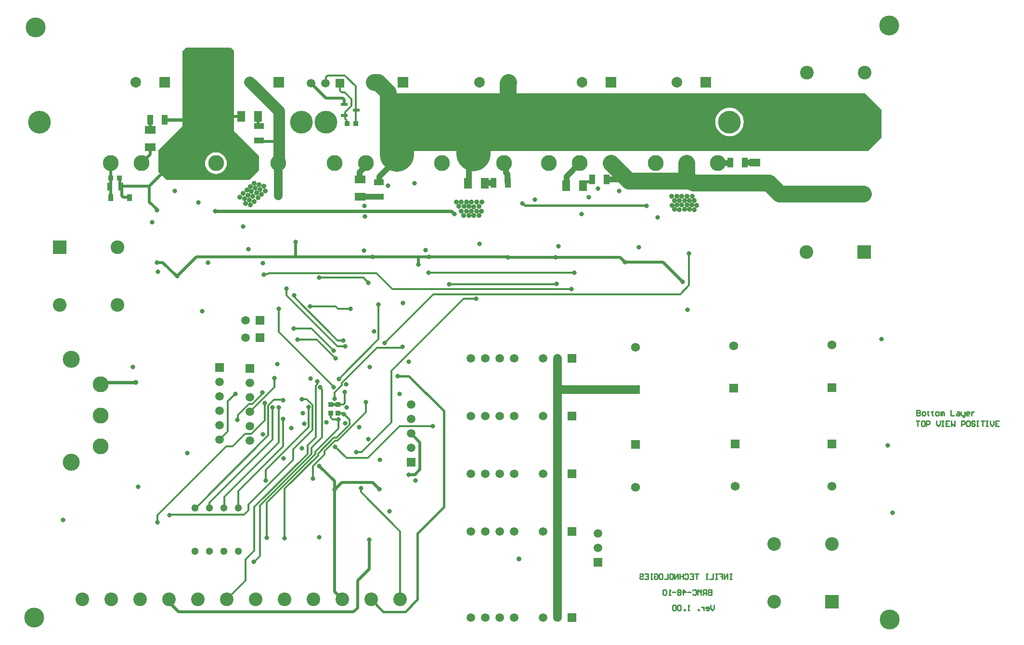
<source format=gbl>
G04*
G04 #@! TF.GenerationSoftware,Altium Limited,Altium Designer,20.0.13 (296)*
G04*
G04 Layer_Physical_Order=4*
G04 Layer_Color=16711680*
%FSLAX43Y43*%
%MOMM*%
G71*
G01*
G75*
%ADD12C,0.254*%
%ADD15C,0.300*%
%ADD96R,0.950X1.450*%
%ADD99R,0.910X1.220*%
%ADD101R,1.800X1.050*%
%ADD102R,1.050X1.800*%
%ADD103R,0.850X0.850*%
%ADD112R,1.250X0.600*%
%ADD120R,0.850X0.850*%
%ADD123C,0.500*%
%ADD124C,0.400*%
%ADD125C,2.000*%
%ADD126C,0.600*%
%ADD127C,1.500*%
%ADD128C,3.000*%
%ADD129C,6.000*%
%ADD130R,1.860X1.860*%
%ADD131C,1.860*%
%ADD132R,1.575X1.575*%
%ADD133C,1.575*%
%ADD134R,2.400X2.400*%
%ADD135C,2.400*%
%ADD136C,2.790*%
%ADD137R,1.500X1.500*%
%ADD138C,1.500*%
%ADD139R,1.500X1.500*%
%ADD140C,3.000*%
%ADD141C,1.300*%
%ADD142C,1.508*%
%ADD143R,1.508X1.508*%
%ADD144C,3.500*%
%ADD145C,4.000*%
%ADD146C,0.900*%
%ADD147C,0.800*%
%ADD149R,1.960X1.420*%
%ADD150R,1.420X1.960*%
%ADD151C,1.000*%
%ADD152C,0.350*%
G36*
X37119Y103050D02*
X37627Y102542D01*
X37627Y88417D01*
X42008Y84036D01*
X42008Y81528D01*
X40325Y79845D01*
X25681Y79845D01*
X24320Y81207D01*
Y84388D01*
X24340D01*
Y85074D01*
X28574Y89307D01*
X28574Y102504D01*
X29119Y103050D01*
X37119Y103050D01*
D02*
G37*
G36*
X151436Y92163D02*
Y87185D01*
X149103Y84852D01*
X64012Y84848D01*
X63244Y85616D01*
X63244Y93973D01*
X64337Y95065D01*
X148534D01*
X151436Y92163D01*
D02*
G37*
%LPC*%
G36*
X34419Y84654D02*
X34048Y84618D01*
X33690Y84509D01*
X33361Y84333D01*
X33073Y84096D01*
X32836Y83808D01*
X32660Y83479D01*
X32551Y83121D01*
X32515Y82750D01*
X32551Y82378D01*
X32660Y82021D01*
X32836Y81692D01*
X33073Y81404D01*
X33361Y81167D01*
X33690Y80991D01*
X34048Y80882D01*
X34419Y80846D01*
X34791Y80882D01*
X35148Y80991D01*
X35477Y81167D01*
X35765Y81404D01*
X36002Y81692D01*
X36178Y82021D01*
X36287Y82378D01*
X36323Y82750D01*
X36287Y83121D01*
X36178Y83479D01*
X36002Y83808D01*
X35765Y84096D01*
X35477Y84333D01*
X35148Y84509D01*
X34791Y84618D01*
X34419Y84654D01*
D02*
G37*
G36*
X124747Y92522D02*
X124257Y92474D01*
X123786Y92331D01*
X123352Y92099D01*
X122971Y91786D01*
X122659Y91406D01*
X122427Y90971D01*
X122284Y90500D01*
X122235Y90010D01*
X122284Y89520D01*
X122427Y89049D01*
X122659Y88614D01*
X122971Y88234D01*
X123352Y87921D01*
X123786Y87689D01*
X124257Y87546D01*
X124747Y87498D01*
X125237Y87546D01*
X125709Y87689D01*
X126143Y87921D01*
X126524Y88234D01*
X126836Y88614D01*
X127068Y89049D01*
X127211Y89520D01*
X127259Y90010D01*
X127211Y90500D01*
X127068Y90971D01*
X126836Y91406D01*
X126524Y91786D01*
X126143Y92099D01*
X125709Y92331D01*
X125237Y92474D01*
X124747Y92522D01*
D02*
G37*
%LPD*%
D12*
X157678Y39258D02*
Y38358D01*
X158128D01*
X158278Y38508D01*
Y38658D01*
X158128Y38808D01*
X157678D01*
X158128D01*
X158278Y38958D01*
Y39108D01*
X158128Y39258D01*
X157678D01*
X158728Y38358D02*
X159028D01*
X159178Y38508D01*
Y38808D01*
X159028Y38958D01*
X158728D01*
X158578Y38808D01*
Y38508D01*
X158728Y38358D01*
X159628Y39108D02*
Y38958D01*
X159478D01*
X159778D01*
X159628D01*
Y38508D01*
X159778Y38358D01*
X160377Y39108D02*
Y38958D01*
X160227D01*
X160527D01*
X160377D01*
Y38508D01*
X160527Y38358D01*
X161127D02*
X161427D01*
X161577Y38508D01*
Y38808D01*
X161427Y38958D01*
X161127D01*
X160977Y38808D01*
Y38508D01*
X161127Y38358D01*
X161877D02*
Y38958D01*
X162027D01*
X162177Y38808D01*
Y38358D01*
Y38808D01*
X162327Y38958D01*
X162477Y38808D01*
Y38358D01*
X163676Y39258D02*
Y38358D01*
X164276D01*
X164726Y38958D02*
X165026D01*
X165176Y38808D01*
Y38358D01*
X164726D01*
X164576Y38508D01*
X164726Y38658D01*
X165176D01*
X165476Y38958D02*
Y38508D01*
X165626Y38358D01*
X166076D01*
Y38208D01*
X165926Y38059D01*
X165776D01*
X166076Y38358D02*
Y38958D01*
X166825Y38358D02*
X166525D01*
X166375Y38508D01*
Y38808D01*
X166525Y38958D01*
X166825D01*
X166975Y38808D01*
Y38658D01*
X166375D01*
X167275Y38958D02*
Y38358D01*
Y38658D01*
X167425Y38808D01*
X167575Y38958D01*
X167725D01*
X157559Y37372D02*
X158159D01*
X157859D01*
Y36472D01*
X158909Y37372D02*
X158609D01*
X158459Y37222D01*
Y36622D01*
X158609Y36472D01*
X158909D01*
X159059Y36622D01*
Y37222D01*
X158909Y37372D01*
X159359Y36472D02*
Y37372D01*
X159809D01*
X159959Y37222D01*
Y36922D01*
X159809Y36772D01*
X159359D01*
X161158Y37372D02*
Y36772D01*
X161458Y36472D01*
X161758Y36772D01*
Y37372D01*
X162058D02*
X162358D01*
X162208D01*
Y36472D01*
X162058D01*
X162358D01*
X163407Y37372D02*
X162808D01*
Y36472D01*
X163407D01*
X162808Y36922D02*
X163108D01*
X163707Y37372D02*
Y36472D01*
X164007Y36772D01*
X164307Y36472D01*
Y37372D01*
X165507Y36472D02*
Y37372D01*
X165957D01*
X166107Y37222D01*
Y36922D01*
X165957Y36772D01*
X165507D01*
X166856Y37372D02*
X166556D01*
X166406Y37222D01*
Y36622D01*
X166556Y36472D01*
X166856D01*
X167006Y36622D01*
Y37222D01*
X166856Y37372D01*
X167906Y37222D02*
X167756Y37372D01*
X167456D01*
X167306Y37222D01*
Y37072D01*
X167456Y36922D01*
X167756D01*
X167906Y36772D01*
Y36622D01*
X167756Y36472D01*
X167456D01*
X167306Y36622D01*
X168206Y37372D02*
X168506D01*
X168356D01*
Y36472D01*
X168206D01*
X168506D01*
X168956Y37372D02*
X169555D01*
X169256D01*
Y36472D01*
X169855Y37372D02*
X170155D01*
X170005D01*
Y36472D01*
X169855D01*
X170155D01*
X170605Y37372D02*
Y36772D01*
X170905Y36472D01*
X171205Y36772D01*
Y37372D01*
X172105D02*
X171505D01*
Y36472D01*
X172105D01*
X171505Y36922D02*
X171805D01*
X125122Y10460D02*
X124822D01*
X124972D01*
Y9560D01*
X125122D01*
X124822D01*
X124372D02*
Y10460D01*
X123772Y9560D01*
Y10460D01*
X122872D02*
X123472D01*
Y10010D01*
X123172D01*
X123472D01*
Y9560D01*
X122572Y10460D02*
X122273D01*
X122423D01*
Y9560D01*
X122572D01*
X122273D01*
X121823Y10460D02*
Y9560D01*
X121223D01*
X120923Y10460D02*
X120623D01*
X120773D01*
Y9560D01*
X120923D01*
X120623D01*
X119274Y10460D02*
X118674D01*
X118974D01*
Y9560D01*
X117774Y10460D02*
X118374D01*
Y9560D01*
X117774D01*
X118374Y10010D02*
X118074D01*
X116874Y10310D02*
X117024Y10460D01*
X117324D01*
X117474Y10310D01*
Y9710D01*
X117324Y9560D01*
X117024D01*
X116874Y9710D01*
X116574Y10460D02*
Y9560D01*
Y10010D01*
X115975D01*
Y10460D01*
Y9560D01*
X115675D02*
Y10460D01*
X115075Y9560D01*
Y10460D01*
X114325D02*
X114625D01*
X114775Y10310D01*
Y9710D01*
X114625Y9560D01*
X114325D01*
X114175Y9710D01*
Y10310D01*
X114325Y10460D01*
X113875D02*
Y9560D01*
X113275D01*
X112526Y10460D02*
X112826D01*
X112976Y10310D01*
Y9710D01*
X112826Y9560D01*
X112526D01*
X112376Y9710D01*
Y10310D01*
X112526Y10460D01*
X111476Y10310D02*
X111626Y10460D01*
X111926D01*
X112076Y10310D01*
Y9710D01*
X111926Y9560D01*
X111626D01*
X111476Y9710D01*
Y10010D01*
X111776D01*
X111176Y10460D02*
X110876D01*
X111026D01*
Y9560D01*
X111176D01*
X110876D01*
X109827Y10460D02*
X110426D01*
Y9560D01*
X109827D01*
X110426Y10010D02*
X110127D01*
X108927Y10310D02*
X109077Y10460D01*
X109377D01*
X109527Y10310D01*
Y10160D01*
X109377Y10010D01*
X109077D01*
X108927Y9860D01*
Y9710D01*
X109077Y9560D01*
X109377D01*
X109527Y9710D01*
X122040Y4963D02*
Y4363D01*
X121740Y4063D01*
X121440Y4363D01*
Y4963D01*
X120690Y4063D02*
X120990D01*
X121140Y4213D01*
Y4513D01*
X120990Y4663D01*
X120690D01*
X120540Y4513D01*
Y4363D01*
X121140D01*
X120240Y4663D02*
Y4063D01*
Y4363D01*
X120090Y4513D01*
X119940Y4663D01*
X119790D01*
X119340Y4063D02*
Y4213D01*
X119190D01*
Y4063D01*
X119340D01*
X117691D02*
X117391D01*
X117541D01*
Y4963D01*
X117691Y4813D01*
X116941Y4063D02*
Y4213D01*
X116791D01*
Y4063D01*
X116941D01*
X116191Y4813D02*
X116041Y4963D01*
X115742D01*
X115592Y4813D01*
Y4213D01*
X115742Y4063D01*
X116041D01*
X116191Y4213D01*
Y4813D01*
X115292D02*
X115142Y4963D01*
X114842D01*
X114692Y4813D01*
Y4213D01*
X114842Y4063D01*
X115142D01*
X115292Y4213D01*
Y4813D01*
X121551Y7660D02*
Y6760D01*
X121102D01*
X120952Y6910D01*
Y7060D01*
X121102Y7210D01*
X121551D01*
X121102D01*
X120952Y7360D01*
Y7510D01*
X121102Y7660D01*
X121551D01*
X120652Y6760D02*
Y7660D01*
X120202D01*
X120052Y7510D01*
Y7210D01*
X120202Y7060D01*
X120652D01*
X120352D02*
X120052Y6760D01*
X119752D02*
Y7660D01*
X119452Y7360D01*
X119152Y7660D01*
Y6760D01*
X118253Y7510D02*
X118403Y7660D01*
X118702D01*
X118852Y7510D01*
Y6910D01*
X118702Y6760D01*
X118403D01*
X118253Y6910D01*
X117953Y7210D02*
X117353D01*
X116603Y6760D02*
Y7660D01*
X117053Y7210D01*
X116453D01*
X116153Y7510D02*
X116003Y7660D01*
X115703D01*
X115553Y7510D01*
Y7360D01*
X115703Y7210D01*
X115553Y7060D01*
Y6910D01*
X115703Y6760D01*
X116003D01*
X116153Y6910D01*
Y7060D01*
X116003Y7210D01*
X116153Y7360D01*
Y7510D01*
X116003Y7210D02*
X115703D01*
X115254D02*
X114654D01*
X114354Y6760D02*
X114054D01*
X114204D01*
Y7660D01*
X114354Y7510D01*
X113604D02*
X113454Y7660D01*
X113154D01*
X113004Y7510D01*
Y6910D01*
X113154Y6760D01*
X113454D01*
X113604Y6910D01*
Y7510D01*
D15*
X52540Y62623D02*
X52552Y62611D01*
X60325D01*
X64058Y51104D02*
X72644Y59690D01*
X55906Y57097D02*
X58066D01*
X66782Y5961D02*
X66839Y6018D01*
X59944Y24845D02*
X66839Y17950D01*
Y6018D02*
Y17950D01*
X59944Y24845D02*
Y25527D01*
X35814Y22098D02*
X35873Y22157D01*
Y23990D01*
X45450Y33567D01*
X26207Y20828D02*
X26262Y20883D01*
X39332D02*
X40115Y21666D01*
X26262Y20883D02*
X39332D01*
X40115Y21666D02*
Y22686D01*
X48002Y30573D02*
Y32380D01*
X40115Y22686D02*
X48002Y30573D01*
X57365Y30880D02*
X61106D01*
X55407Y32838D02*
X57365Y30880D01*
X61106D02*
X66675Y36449D01*
X51491Y27264D02*
Y29413D01*
X53546Y31468D01*
X65405Y60579D02*
X96901D01*
X116044Y59690D02*
X117587Y61233D01*
X72644Y59690D02*
X116044D01*
X72515Y36449D02*
X72517Y36447D01*
X66675Y36449D02*
X72515D01*
X55867Y40272D02*
X55880Y40259D01*
X56847D01*
X46482Y25410D02*
X52388Y31316D01*
X43322Y22957D02*
X51888Y31523D01*
X42164Y22506D02*
X51201Y31543D01*
X41148Y22197D02*
X50539Y31588D01*
Y33057D01*
X41148Y14550D02*
Y22197D01*
X51201Y31543D02*
Y32652D01*
X42164Y13589D02*
Y22506D01*
X51888Y31523D02*
Y31949D01*
X43322Y16846D02*
Y22957D01*
X52388Y31316D02*
Y31645D01*
X46482Y16764D02*
Y25410D01*
X51888Y31949D02*
X55957Y36018D01*
Y37669D01*
X52388Y31645D02*
X55140Y34397D01*
X55588D01*
X51201Y32652D02*
X53068Y34520D01*
Y42876D01*
X52730Y43214D02*
X53068Y42876D01*
X52730Y43214D02*
Y43302D01*
X50539Y33057D02*
X51980Y34498D01*
Y43613D01*
X53546Y31468D02*
Y32096D01*
X55347Y33897D01*
X55795D01*
X57885Y36694D02*
Y37612D01*
X43180Y26924D02*
Y28788D01*
X50673Y36281D01*
X56007Y44798D02*
X62966Y51757D01*
Y57854D01*
X39624Y13026D02*
X41148Y14550D01*
X39624Y9283D02*
Y13026D01*
X51423Y35801D02*
Y40189D01*
X48002Y32380D02*
X51423Y35801D01*
X55588Y34397D02*
X57885Y36694D01*
X55795Y33897D02*
X60801Y38902D01*
Y40653D01*
X117587Y61233D02*
Y66867D01*
X55473Y57531D02*
X55906Y57097D01*
X62731Y50292D02*
X67056D01*
X56527Y44088D02*
X62731Y50292D01*
X56527Y43629D02*
Y44088D01*
X56938Y38559D02*
X57885Y37612D01*
X56762Y38735D02*
X56938Y38559D01*
X59101Y31877D02*
X59133Y31909D01*
X60020D01*
X65278Y37166D01*
Y46228D01*
X49530Y41196D02*
X50415D01*
X51423Y40189D01*
X24130Y20766D02*
X36257Y32893D01*
X24130Y19558D02*
Y20766D01*
X43644Y34836D02*
Y40111D01*
X30906Y22098D02*
X43644Y34836D01*
X30734Y22098D02*
X30906D01*
X46030Y41118D02*
X46083Y41065D01*
X44650Y41118D02*
X46030D01*
X45432Y39729D02*
X45450Y39711D01*
X46083Y41065D02*
X46211D01*
X45450Y33567D02*
Y39711D01*
X44394Y34107D02*
Y39729D01*
X52197Y43829D02*
Y44323D01*
X51980Y43613D02*
X52197Y43829D01*
X42591Y42154D02*
Y42389D01*
X40788Y40351D02*
X42591Y42154D01*
X67056Y50292D02*
X67188Y50424D01*
X46200Y32865D02*
Y37716D01*
X33307Y23020D02*
X44394Y34107D01*
X42969Y37452D02*
Y40497D01*
X43644Y40111D02*
X44650Y41118D01*
X40428Y39017D02*
X44719Y43308D01*
Y44945D01*
X40428Y39007D02*
Y39017D01*
X38354Y25019D02*
X46200Y32865D01*
X55318Y42420D02*
X56527Y43629D01*
X55318Y41310D02*
Y42420D01*
X57023Y40435D02*
Y42433D01*
X56847Y40259D02*
X57023Y40435D01*
X50673Y36281D02*
Y39878D01*
X55835Y51562D02*
X56769D01*
X48179Y59219D02*
X55835Y51562D01*
X48179Y59219D02*
Y59494D01*
X46853Y59485D02*
X55792Y50546D01*
X46853Y59485D02*
Y60676D01*
X55792Y50546D02*
X57186D01*
X52114Y51727D02*
X55461Y48381D01*
X55478D01*
X48794Y51727D02*
X52114D01*
X51244Y53658D02*
X55118Y49784D01*
X48107Y53658D02*
X51244D01*
X75438Y61468D02*
X94234D01*
X94297Y61532D01*
X71762Y63493D02*
X97401D01*
X97409Y63500D01*
X71755Y63485D02*
X71762Y63493D01*
X55141Y43304D02*
Y43411D01*
X45466Y53086D02*
X55141Y43411D01*
X55880Y38735D02*
X56762D01*
X54610Y37973D02*
Y38709D01*
Y37973D02*
X54914Y37669D01*
X55957D01*
X42850Y63144D02*
X42926Y63221D01*
X43536D01*
X38354Y22098D02*
Y25019D01*
X33307Y22131D02*
Y23020D01*
X33274Y22098D02*
X33307Y22131D01*
X50927Y57531D02*
X55473D01*
X41649Y13074D02*
X42164Y13589D01*
X41129Y12573D02*
X41630Y13074D01*
X41649D01*
X41021Y12573D02*
X41129D01*
X65278Y46228D02*
X77978Y58928D01*
X80137D01*
X62611Y63373D02*
X65405Y60579D01*
X36302Y5961D02*
X39624Y9283D01*
X45466Y53086D02*
Y57150D01*
X36257Y32893D02*
X37338D01*
X36514Y40832D02*
X37846Y42164D01*
X36514Y35553D02*
Y40832D01*
X35028Y34067D02*
X36514Y35553D01*
X40216Y40351D02*
X40788D01*
X38262Y37637D02*
Y38396D01*
X38221Y37596D02*
X38262Y37637D01*
Y38396D02*
X40216Y40351D01*
X40651Y35134D02*
X42969Y37452D01*
X39579Y35134D02*
X40651D01*
X37338Y32893D02*
X39579Y35134D01*
X60325Y62611D02*
X61214Y61722D01*
X43536Y63221D02*
X43688Y63373D01*
X62611D01*
D96*
X17676Y78594D02*
D03*
X15726D02*
D03*
D99*
X15913Y76700D02*
D03*
X19183D02*
D03*
D101*
X63115Y79386D02*
D03*
Y76836D02*
D03*
X41979Y89293D02*
D03*
Y86743D02*
D03*
D102*
X124883Y82869D02*
D03*
X127433D02*
D03*
X83198Y79338D02*
D03*
X85748D02*
D03*
X25400Y90424D02*
D03*
X22850D02*
D03*
X100596Y79914D02*
D03*
X103146D02*
D03*
D103*
X54610Y38709D02*
D03*
Y40259D02*
D03*
X55880Y40285D02*
D03*
Y38735D02*
D03*
D112*
X57005Y91162D02*
D03*
Y93062D02*
D03*
X59105Y92112D02*
D03*
D120*
X15875Y80137D02*
D03*
X17425D02*
D03*
X59017Y89729D02*
D03*
X57467D02*
D03*
D123*
X100596Y79742D02*
Y79914D01*
X98960Y78802D02*
Y79007D01*
X99420Y79467D01*
X100321D01*
X100596Y79742D01*
X24003Y65278D02*
X25073D01*
X27495Y62856D02*
X27573D01*
X25073Y65278D02*
X27495Y62856D01*
X31011Y66294D02*
X48387D01*
X27573Y62856D02*
X31011Y66294D01*
X17425Y80137D02*
X17551Y80011D01*
Y78720D02*
X17676Y78594D01*
X17551Y78720D02*
Y80011D01*
X41831Y89441D02*
Y91024D01*
X24026Y74466D02*
Y74626D01*
X22709Y75943D02*
X24026Y74626D01*
X22709Y75943D02*
Y78740D01*
X37096Y90965D02*
X39315D01*
X106325Y65304D02*
X113059D01*
X116470Y61893D01*
X105462Y66167D02*
X106325Y65304D01*
X69405Y27940D02*
X70268Y28803D01*
Y33618D01*
X68326Y27940D02*
X69405D01*
X68707Y35179D02*
X70268Y33618D01*
X57005Y93062D02*
Y93918D01*
X56710Y94213D02*
X57005Y93918D01*
X53773Y94213D02*
X56710D01*
X51146Y96840D02*
X53773Y94213D01*
X57005Y93062D02*
X57034Y93092D01*
X51146Y96840D02*
X51322Y97017D01*
X52586Y29425D02*
X55245Y26766D01*
Y25273D02*
Y26766D01*
Y25273D02*
X56515Y26543D01*
X17825Y77055D02*
Y78740D01*
X26719Y82750D02*
X26797D01*
X17825Y78740D02*
X22709D01*
X26719Y82750D01*
X18118Y76762D02*
X19129D01*
X17825Y77055D02*
X18118Y76762D01*
X15905Y76944D02*
X15935Y76914D01*
X15905Y76944D02*
Y78710D01*
X15875Y78740D02*
X15905Y78710D01*
X94107Y66167D02*
X105462D01*
X85725D02*
X94107D01*
X85644D02*
X85725D01*
X48460Y66367D02*
Y68888D01*
X48387Y66294D02*
X48460Y66367D01*
X54610Y40259D02*
X54623Y40272D01*
X55867D01*
X62002Y26543D02*
X63145Y25400D01*
X56515Y26543D02*
X62002D01*
X55245Y7338D02*
Y25273D01*
X26142Y5447D02*
X27840Y3749D01*
X58613D01*
X59309Y4445D01*
X55245Y7338D02*
X56622Y5961D01*
X26142Y5447D02*
Y5961D01*
X59309Y9307D02*
X61341Y11339D01*
Y16510D01*
X48387Y66294D02*
X61976D01*
X59309Y4445D02*
Y9307D01*
X71882Y66294D02*
X85517D01*
X69977D02*
X71882D01*
X61976D02*
X69977D01*
Y64897D02*
Y66294D01*
X92615Y82401D02*
X92964Y82750D01*
X55286Y82718D02*
X55372Y82632D01*
X22860Y84273D02*
Y85598D01*
X21337Y82750D02*
X22860Y84273D01*
X22850Y88588D02*
Y90424D01*
Y88588D02*
X22860Y88578D01*
X42280Y86614D02*
X45538D01*
X34419Y82750D02*
X34798Y83129D01*
X15875Y80137D02*
Y82748D01*
Y78740D02*
Y80137D01*
Y82748D02*
X15877Y82750D01*
D124*
X69850Y5938D02*
Y17576D01*
X63853Y3810D02*
X67722D01*
X69850Y5938D01*
X66352Y45261D02*
X66394Y45304D01*
X74470Y22196D02*
Y39139D01*
X66394Y45304D02*
X68306D01*
X74470Y39139D01*
X110044Y75345D02*
X110113Y75276D01*
X88352Y75692D02*
X88699Y75345D01*
X88265Y75692D02*
X88352D01*
X88699Y75345D02*
X110044D01*
X148475Y98683D02*
X148493Y98700D01*
X69850Y17576D02*
X74470Y22196D01*
X61702Y5961D02*
X63853Y3810D01*
D125*
X45538Y86614D02*
Y91876D01*
Y82949D02*
Y86614D01*
X40386Y97028D02*
X45538Y91876D01*
D126*
X34325Y74309D02*
X75813D01*
X34299Y74335D02*
X34325Y74309D01*
X75813D02*
X76352Y73771D01*
X25400Y90424D02*
X28904D01*
X14171Y43814D02*
X14553Y44196D01*
X20320D01*
D127*
X45388Y76984D02*
Y77883D01*
Y80552D02*
Y82701D01*
Y78775D02*
Y79649D01*
Y80552D01*
Y77883D02*
Y78775D01*
X45339Y82750D02*
X45538Y82949D01*
X45339Y82750D02*
X45388Y82701D01*
X94669Y42872D02*
X108204D01*
X39879Y82750D02*
Y82750D01*
X115570Y97028D02*
X115639Y97097D01*
X94488Y2921D02*
Y17907D01*
Y38227D02*
Y43053D01*
Y28067D02*
Y38227D01*
Y17907D02*
Y28067D01*
Y43053D02*
Y48387D01*
X79381Y82997D02*
X79628Y82750D01*
X21337D02*
Y83099D01*
X117193Y82777D02*
X117220Y82750D01*
D128*
X85748Y96854D02*
X85855Y96960D01*
X85748Y94255D02*
Y96558D01*
X62230Y97003D02*
X62937D01*
X64694Y92686D02*
Y95245D01*
X62937Y97003D02*
X64694Y95245D01*
X129160Y79275D02*
X131655D01*
X138212Y77372D02*
X144076D01*
X148235D01*
X126161Y79275D02*
X129160D01*
X118374D02*
X126161D01*
X117220Y80332D02*
X117897Y79655D01*
X117220Y80332D02*
Y82750D01*
X106979Y79655D02*
X117897D01*
X106130Y80504D02*
X106979Y79655D01*
X133558Y77372D02*
X138212D01*
X103884Y82750D02*
X106130Y80504D01*
X131655Y79275D02*
X133558Y77372D01*
D129*
X66212Y84316D02*
Y85411D01*
X79634Y84349D02*
Y85444D01*
D130*
X120597Y96966D02*
D03*
X103871Y96955D02*
D03*
X85855Y96960D02*
D03*
X25400Y96977D02*
D03*
X67310Y97003D02*
D03*
X45466Y96977D02*
D03*
D131*
X115517Y96966D02*
D03*
X98791Y96955D02*
D03*
X80775Y96960D02*
D03*
X20320Y96977D02*
D03*
X62230Y97003D02*
D03*
X40386Y96977D02*
D03*
D132*
X142748Y33347D02*
D03*
X142765Y43251D02*
D03*
X125476Y43126D02*
D03*
X108204Y33220D02*
D03*
X125730Y33347D02*
D03*
X108204Y42872D02*
D03*
D133*
X142748Y25847D02*
D03*
X142765Y50751D02*
D03*
X125476Y50626D02*
D03*
X108204Y25720D02*
D03*
X125730Y25847D02*
D03*
X108204Y50372D02*
D03*
D134*
X148442Y67147D02*
D03*
X142726Y5590D02*
D03*
X148493Y88540D02*
D03*
X6968Y67967D02*
D03*
D135*
X138282Y67147D02*
D03*
X148442Y77307D02*
D03*
X138282D02*
D03*
X66782Y5961D02*
D03*
X61702D02*
D03*
X56622D02*
D03*
X51542D02*
D03*
X46462D02*
D03*
X41382D02*
D03*
X36302D02*
D03*
X31222D02*
D03*
X26142D02*
D03*
X21062D02*
D03*
X15982D02*
D03*
X10902D02*
D03*
X132566Y5590D02*
D03*
X142726Y15750D02*
D03*
X132566D02*
D03*
X138333Y88540D02*
D03*
X148493Y98700D02*
D03*
X138333D02*
D03*
X17128Y67967D02*
D03*
X6968Y57807D02*
D03*
X17128D02*
D03*
D136*
X74168Y82750D02*
D03*
X79628D02*
D03*
X85088D02*
D03*
X14171Y32894D02*
D03*
Y38354D02*
D03*
Y43814D02*
D03*
X45339Y82750D02*
D03*
X39879D02*
D03*
X34419D02*
D03*
X15877Y82750D02*
D03*
X21337D02*
D03*
X26797D02*
D03*
X111760D02*
D03*
X117220D02*
D03*
X122680D02*
D03*
X66216Y82753D02*
D03*
X60756D02*
D03*
X55296D02*
D03*
X92964Y82750D02*
D03*
X98424D02*
D03*
X103884D02*
D03*
D137*
X56226Y96840D02*
D03*
X42164Y52070D02*
D03*
Y55118D02*
D03*
D138*
X53686Y96840D02*
D03*
X51146D02*
D03*
X39624Y52070D02*
D03*
X68707Y32639D02*
D03*
Y35179D02*
D03*
Y37719D02*
D03*
Y40259D02*
D03*
X35028Y34067D02*
D03*
Y36607D02*
D03*
Y39147D02*
D03*
Y41687D02*
D03*
Y44227D02*
D03*
X101595Y17604D02*
D03*
Y15064D02*
D03*
X40428Y44087D02*
D03*
Y41547D02*
D03*
Y39007D02*
D03*
Y36467D02*
D03*
Y33927D02*
D03*
X39624Y55118D02*
D03*
D139*
X68707Y30099D02*
D03*
X35028Y46767D02*
D03*
X101595Y12524D02*
D03*
X40428Y46627D02*
D03*
D140*
X8988Y30089D02*
D03*
Y48189D02*
D03*
D141*
X38354Y14478D02*
D03*
X35814D02*
D03*
X33274D02*
D03*
X30734D02*
D03*
Y22098D02*
D03*
X33274D02*
D03*
X35814D02*
D03*
X38354D02*
D03*
D142*
X79226Y2746D02*
D03*
X81766D02*
D03*
X84306D02*
D03*
X86846D02*
D03*
X91926D02*
D03*
X94466D02*
D03*
X79248Y28067D02*
D03*
X81788D02*
D03*
X84328D02*
D03*
X86868D02*
D03*
X91948D02*
D03*
X94488D02*
D03*
X79248Y38227D02*
D03*
X81788D02*
D03*
X84328D02*
D03*
X86868D02*
D03*
X91948D02*
D03*
X94488D02*
D03*
Y48387D02*
D03*
X91948D02*
D03*
X86868D02*
D03*
X84328D02*
D03*
X81788D02*
D03*
X79248D02*
D03*
X94488Y17907D02*
D03*
X91948D02*
D03*
X86868D02*
D03*
X84328D02*
D03*
X81788D02*
D03*
X79248D02*
D03*
D143*
X97006Y2746D02*
D03*
X97028Y28067D02*
D03*
Y38227D02*
D03*
Y48387D02*
D03*
Y17907D02*
D03*
D144*
X2482Y2769D02*
D03*
X152918Y2389D02*
D03*
X152782Y107002D02*
D03*
X2749Y106608D02*
D03*
D145*
X53721Y89989D02*
D03*
X3399Y89993D02*
D03*
X49403Y89989D02*
D03*
X124747Y90010D02*
D03*
D146*
X41790Y76638D02*
D03*
X41535Y77487D02*
D03*
X39198Y77404D02*
D03*
X43098Y77849D02*
D03*
X41134Y76022D02*
D03*
X42809Y78696D02*
D03*
X42154Y78095D02*
D03*
X41969Y78989D02*
D03*
X40929Y76890D02*
D03*
X40289Y76261D02*
D03*
X39663Y75629D02*
D03*
X41317Y78385D02*
D03*
X40654Y77753D02*
D03*
X39413Y76479D02*
D03*
X40043Y77121D02*
D03*
X41132Y79240D02*
D03*
X40482Y78637D02*
D03*
X39853Y78007D02*
D03*
X38586Y76754D02*
D03*
X42414Y77262D02*
D03*
X40508Y75405D02*
D03*
X118157Y76914D02*
D03*
X117279Y76938D02*
D03*
X118560Y76137D02*
D03*
X117687Y76175D02*
D03*
X77977Y73529D02*
D03*
X45358Y79649D02*
D03*
X45395Y78775D02*
D03*
X45377Y77883D02*
D03*
X45388Y76984D02*
D03*
X45365Y80552D02*
D03*
X118550Y74586D02*
D03*
X78869Y73566D02*
D03*
X79789Y73552D02*
D03*
X80705Y73537D02*
D03*
X81114Y74341D02*
D03*
X79370Y74307D02*
D03*
X80281Y74336D02*
D03*
X78484D02*
D03*
X77593D02*
D03*
X77145Y75130D02*
D03*
X80695Y75139D02*
D03*
X79784Y75100D02*
D03*
X78918Y75115D02*
D03*
X78026D02*
D03*
X81168Y75894D02*
D03*
X80228Y75880D02*
D03*
X79341Y75909D02*
D03*
X78450Y75885D02*
D03*
X77568Y75909D02*
D03*
X76697Y75889D02*
D03*
X115051Y74610D02*
D03*
X116815Y74615D02*
D03*
X117678Y74624D02*
D03*
X115923Y74596D02*
D03*
X115487Y75383D02*
D03*
X118986Y75359D02*
D03*
X117251Y75388D02*
D03*
X118114Y75397D02*
D03*
X116360Y75369D02*
D03*
X114605Y75359D02*
D03*
X115933Y76146D02*
D03*
X116374Y76914D02*
D03*
X115482Y76947D02*
D03*
X125711Y79301D02*
D03*
X126161Y78541D02*
D03*
X145371Y77446D02*
D03*
X127491Y79314D02*
D03*
X126613Y79308D02*
D03*
X117934Y79333D02*
D03*
X118379Y78561D02*
D03*
X118374Y80132D02*
D03*
X119268Y80126D02*
D03*
X142747Y77440D02*
D03*
X143606Y77449D02*
D03*
X143170Y76674D02*
D03*
X144056Y76689D02*
D03*
X143175Y78233D02*
D03*
X144076Y78257D02*
D03*
X144960Y78218D02*
D03*
X144501Y77437D02*
D03*
X144951Y76686D02*
D03*
X126181Y80109D02*
D03*
X127065Y80071D02*
D03*
X127056Y78538D02*
D03*
X119234Y78582D02*
D03*
X119670Y79357D02*
D03*
X118811Y79348D02*
D03*
X114579Y76911D02*
D03*
X32604Y100495D02*
D03*
X29914D02*
D03*
X30811D02*
D03*
X31707D02*
D03*
X29018D02*
D03*
X35294D02*
D03*
X36190D02*
D03*
X37087D02*
D03*
X33501D02*
D03*
X34397D02*
D03*
X34412Y99606D02*
D03*
X33515D02*
D03*
X37102D02*
D03*
X36205D02*
D03*
X35308D02*
D03*
X29032D02*
D03*
X31722D02*
D03*
X30825D02*
D03*
X29929D02*
D03*
X32619D02*
D03*
X32593Y101384D02*
D03*
X29903D02*
D03*
X30800D02*
D03*
X31696D02*
D03*
X29007D02*
D03*
X35283D02*
D03*
X36179D02*
D03*
X37076D02*
D03*
X33490D02*
D03*
X34386D02*
D03*
X34372Y102272D02*
D03*
X33475D02*
D03*
X37061D02*
D03*
X36165D02*
D03*
X35268D02*
D03*
X28992D02*
D03*
X31682D02*
D03*
X30785D02*
D03*
X29889D02*
D03*
X32578D02*
D03*
X116824Y76165D02*
D03*
X115061Y76160D02*
D03*
X87675Y13081D02*
D03*
X20320Y44196D02*
D03*
D147*
X153402Y21181D02*
D03*
X66352Y45261D02*
D03*
X59614Y36322D02*
D03*
X27566Y62856D02*
D03*
X42697Y65202D02*
D03*
X23175Y72345D02*
D03*
X98708Y73809D02*
D03*
X112064Y73165D02*
D03*
X24026Y74466D02*
D03*
X60630Y73406D02*
D03*
X60533Y75209D02*
D03*
X39167Y71580D02*
D03*
X34299Y74335D02*
D03*
X62216Y53159D02*
D03*
X64058Y51104D02*
D03*
X58066Y57097D02*
D03*
X52540Y62623D02*
D03*
X31334Y75798D02*
D03*
X105346Y77868D02*
D03*
X69317Y79256D02*
D03*
X64933Y21472D02*
D03*
X64706Y78793D02*
D03*
X76352Y73771D02*
D03*
X90525Y76359D02*
D03*
X51491Y27264D02*
D03*
X100010Y76793D02*
D03*
X151505Y51798D02*
D03*
X152598Y33063D02*
D03*
X68307Y47844D02*
D03*
X88265Y75692D02*
D03*
X40132Y67640D02*
D03*
X96901Y60579D02*
D03*
X101585Y78248D02*
D03*
X69511Y26856D02*
D03*
X68326Y27940D02*
D03*
X66724Y42129D02*
D03*
X20754Y25831D02*
D03*
X52586Y29425D02*
D03*
X63264Y30498D02*
D03*
X46274Y30822D02*
D03*
X59944Y25527D02*
D03*
X43180Y26924D02*
D03*
X27174Y77877D02*
D03*
X67304Y58104D02*
D03*
X62966Y57854D02*
D03*
X60481Y67356D02*
D03*
X110113Y75276D02*
D03*
X53818Y37149D02*
D03*
X55407Y32838D02*
D03*
X117381Y56930D02*
D03*
X116470Y61893D02*
D03*
X117587Y66867D02*
D03*
X31989Y56720D02*
D03*
X24180Y63621D02*
D03*
X49540Y32560D02*
D03*
X45180Y47341D02*
D03*
X57380Y39720D02*
D03*
X57340Y43840D02*
D03*
X56938Y38559D02*
D03*
X59101Y31877D02*
D03*
X61214Y34163D02*
D03*
X24130Y19558D02*
D03*
X42674Y35052D02*
D03*
X44394Y39729D02*
D03*
X46211Y41065D02*
D03*
X45432Y39729D02*
D03*
X7575Y19939D02*
D03*
X94691Y68148D02*
D03*
X52730Y43302D02*
D03*
X42591Y42389D02*
D03*
X72517Y36447D02*
D03*
X57135Y37005D02*
D03*
X71250Y67440D02*
D03*
X67188Y50424D02*
D03*
X46200Y37716D02*
D03*
X47706Y36159D02*
D03*
X42969Y40497D02*
D03*
X44719Y44945D02*
D03*
X51054Y44831D02*
D03*
X55318Y41310D02*
D03*
X57023Y42433D02*
D03*
X56007Y44798D02*
D03*
X49923Y36898D02*
D03*
X49705Y38707D02*
D03*
X46853Y60676D02*
D03*
X48179Y59494D02*
D03*
X55478Y48381D02*
D03*
X48794Y51727D02*
D03*
X48107Y53658D02*
D03*
X94107Y66167D02*
D03*
X94297Y61532D02*
D03*
X97409Y63500D02*
D03*
X48460Y68888D02*
D03*
X55141Y43304D02*
D03*
X60801Y40653D02*
D03*
X61504Y46863D02*
D03*
X42850Y63144D02*
D03*
X55957Y37669D02*
D03*
X50673Y39878D02*
D03*
X49530Y41196D02*
D03*
X24003Y65278D02*
D03*
X50927Y57531D02*
D03*
X52197Y44323D02*
D03*
X29337Y31750D02*
D03*
X55245Y25273D02*
D03*
X106325Y65304D02*
D03*
X52578Y16891D02*
D03*
X33020Y65278D02*
D03*
X55118Y49784D02*
D03*
X57186Y50546D02*
D03*
X56769Y51562D02*
D03*
X80137Y58928D02*
D03*
X75438Y61468D02*
D03*
X41021Y12573D02*
D03*
X43322Y16846D02*
D03*
X26207Y20828D02*
D03*
X38221Y37596D02*
D03*
X61214Y61722D02*
D03*
X108804Y67945D02*
D03*
X63145Y25400D02*
D03*
X61341Y16510D02*
D03*
X19812Y46863D02*
D03*
X80772Y68580D02*
D03*
X69977Y64897D02*
D03*
X71882Y66294D02*
D03*
X71755Y63485D02*
D03*
X85725Y66167D02*
D03*
X61976Y66294D02*
D03*
X37846Y42164D02*
D03*
X46482Y16764D02*
D03*
X45466Y57150D02*
D03*
D149*
X59799Y76886D02*
D03*
Y79866D02*
D03*
X129160Y82853D02*
D03*
Y79873D02*
D03*
X22860Y85598D02*
D03*
Y88578D02*
D03*
D150*
X78739Y79190D02*
D03*
X81719D02*
D03*
X41831Y91024D02*
D03*
X38851D02*
D03*
X98960Y78802D02*
D03*
X95980D02*
D03*
D151*
X95869Y79153D02*
X96061D01*
X95927Y79172D02*
X96056Y79300D01*
Y80382D01*
X98424Y82750D01*
X85088D02*
X85431Y82407D01*
Y81115D02*
Y82407D01*
Y81115D02*
X85723Y80823D01*
Y79363D02*
X85748Y79338D01*
X85723Y79363D02*
Y80823D01*
X63191Y80367D02*
X66212Y83387D01*
Y84316D01*
X127433Y82869D02*
X127441Y82861D01*
X129152D01*
X129160Y82853D01*
X124883Y82835D02*
Y82869D01*
X124858Y82810D02*
X124883Y82835D01*
X122740Y82810D02*
X124858D01*
X122680Y82750D02*
X122740Y82810D01*
X103146Y79914D02*
X105540D01*
X106130Y80504D01*
X85748Y79338D02*
X85773Y79363D01*
X81719Y79190D02*
X81793Y79264D01*
X83173D01*
X83198Y79289D01*
Y79338D01*
X78739Y79190D02*
X78949Y79400D01*
Y81587D01*
X79628Y82266D01*
Y82750D01*
X63115Y79386D02*
X63166D01*
X63191Y79411D01*
Y80367D01*
X62690Y76886D02*
X62740Y76836D01*
X59799Y76886D02*
X62690D01*
X62740Y76836D02*
X63115D01*
X60756Y82271D02*
Y82753D01*
X59685Y81200D02*
X60756Y82271D01*
X59685Y79980D02*
X59799Y79866D01*
X59685Y79980D02*
Y81200D01*
X60544Y82541D02*
X60756Y82753D01*
X94488Y43053D02*
X94669Y42872D01*
X108023Y43053D02*
X108204Y42872D01*
D152*
X59017Y92024D02*
X59105Y92112D01*
X59017Y89729D02*
Y92024D01*
Y92201D02*
X59105Y92112D01*
X59017Y92201D02*
Y96280D01*
X57387Y89809D02*
X57467Y89729D01*
X57387Y89809D02*
Y90346D01*
X57175Y90558D02*
X57387Y90346D01*
X57175Y90558D02*
Y91037D01*
X57005Y91162D02*
X57050D01*
X57175Y91037D01*
X56562Y95244D02*
X57064D01*
X56226Y95581D02*
Y96840D01*
Y95581D02*
X56562Y95244D01*
X53798Y96953D02*
Y97923D01*
X54088Y98213D01*
X57083D01*
X53686Y96840D02*
X53798Y96953D01*
X57083Y98213D02*
X59017Y96280D01*
X57180Y91782D02*
X58263Y92865D01*
X57180Y91287D02*
Y91782D01*
X57064Y95244D02*
X58263Y94045D01*
Y92865D02*
Y94045D01*
M02*

</source>
